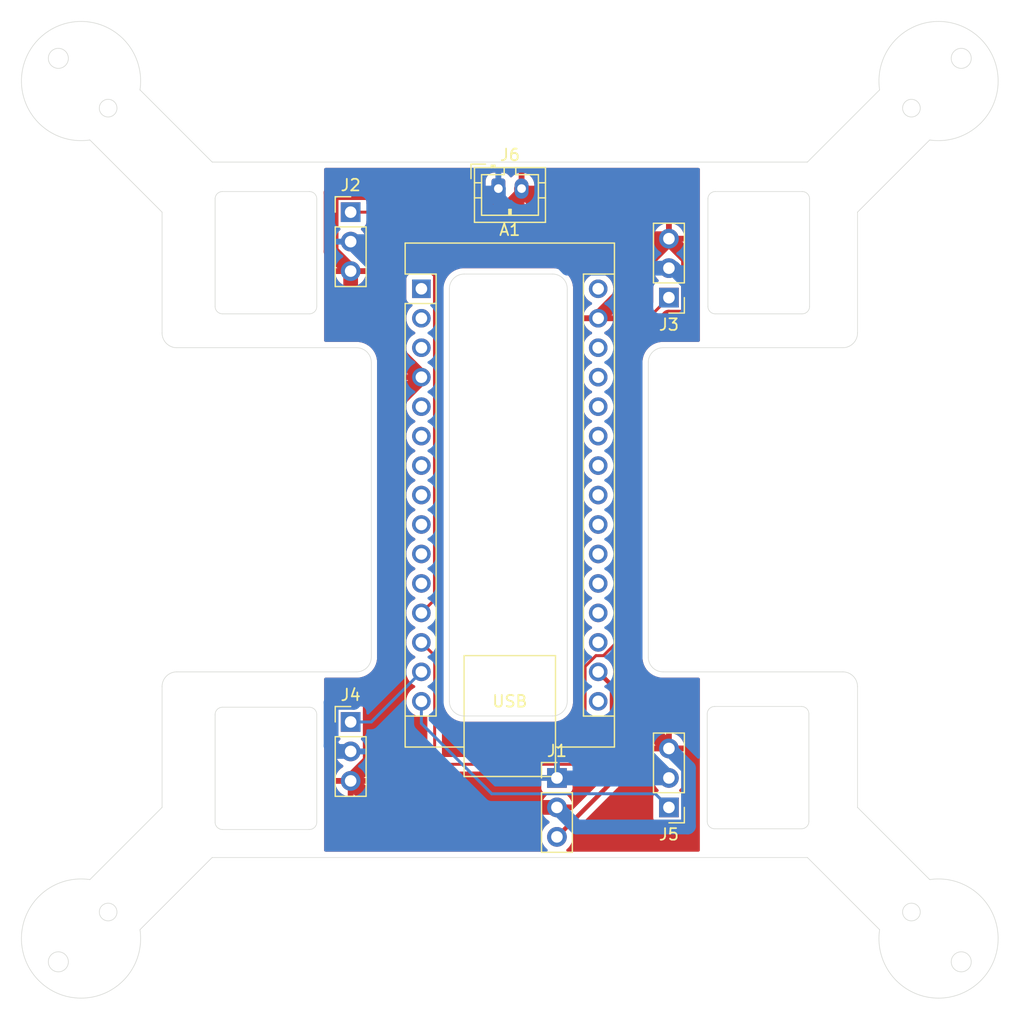
<source format=kicad_pcb>
(kicad_pcb (version 20240108) (generator "pcbnew") (generator_version "8.0")
  (layers (0 "F.Cu" signal) (31 "B.Cu" signal) (34 "B.Paste" user) (35 "F.Paste" user) (36 "B.SilkS" user "B.Silkscreen") (37 "F.SilkS" user "F.Silkscreen") (38 "B.Mask" user) (39 "F.Mask" user) (44 "Edge.Cuts" user))
  (net 0 "")
  (net 1 "GND")
  (net 2 "/3V3")
  (net 3 "+3V8")
  (net 7 "/PWM4")
  (net 10 "/PWM3")
  (net 28 "/PWM2")
  (net 30 "/PWM1")
  (footprint "Connector_JST:JST_PH_B2B-PH-K_1x02_P2.00mm_Vertical" (layer "F.Cu") (at 92.488 65.786)
    (property "Reference" "J6" (at 1 -2.9 0) (layer "F.SilkS"))
    (property "Value" "BAT")
    (fp_line (start -2.36 -2.11) (end -2.36 -0.86) (stroke (width 0.12)) (layer "F.SilkS"))
    (fp_line (start -2.06 -1.81) (end -2.06 2.91) (stroke (width 0.12)) (layer "F.SilkS"))
    (fp_line (start -2.06 -0.5) (end -1.45 -0.5) (stroke (width 0.12)) (layer "F.SilkS"))
    (fp_line (start -2.06 0.8) (end -1.45 0.8) (stroke (width 0.12)) (layer "F.SilkS"))
    (fp_line (start -2.06 2.91) (end 4.06 2.91) (stroke (width 0.12)) (layer "F.SilkS"))
    (fp_line (start -1.45 -1.2) (end -1.45 2.3) (stroke (width 0.12)) (layer "F.SilkS"))
    (fp_line (start -1.45 2.3) (end 3.45 2.3) (stroke (width 0.12)) (layer "F.SilkS"))
    (fp_line (start -1.11 -2.11) (end -2.36 -2.11) (stroke (width 0.12)) (layer "F.SilkS"))
    (fp_line (start -0.6 -2.01) (end -0.6 -1.81) (stroke (width 0.12)) (layer "F.SilkS"))
    (fp_line (start -0.3 -2.01) (end -0.6 -2.01) (stroke (width 0.12)) (layer "F.SilkS"))
    (fp_line (start -0.3 -1.91) (end -0.6 -1.91) (stroke (width 0.12)) (layer "F.SilkS"))
    (fp_line (start -0.3 -1.81) (end -0.3 -2.01) (stroke (width 0.12)) (layer "F.SilkS"))
    (fp_line (start 0.5 -1.81) (end 0.5 -1.2) (stroke (width 0.12)) (layer "F.SilkS"))
    (fp_line (start 0.5 -1.2) (end -1.45 -1.2) (stroke (width 0.12)) (layer "F.SilkS"))
    (fp_line (start 0.9 1.8) (end 1.1 1.8) (stroke (width 0.12)) (layer "F.SilkS"))
    (fp_line (start 0.9 2.3) (end 0.9 1.8) (stroke (width 0.12)) (layer "F.SilkS"))
    (fp_line (start 1 2.3) (end 1 1.8) (stroke (width 0.12)) (layer "F.SilkS"))
    (fp_line (start 1.1 1.8) (end 1.1 2.3) (stroke (width 0.12)) (layer "F.SilkS"))
    (fp_line (start 1.5 -1.2) (end 1.5 -1.81) (stroke (width 0.12)) (layer "F.SilkS"))
    (fp_line (start 3.45 -1.2) (end 1.5 -1.2) (stroke (width 0.12)) (layer "F.SilkS"))
    (fp_line (start 3.45 2.3) (end 3.45 -1.2) (stroke (width 0.12)) (layer "F.SilkS"))
    (fp_line (start 4.06 -1.81) (end -2.06 -1.81) (stroke (width 0.12)) (layer "F.SilkS"))
    (fp_line (start 4.06 -0.5) (end 3.45 -0.5) (stroke (width 0.12)) (layer "F.SilkS"))
    (fp_line (start 4.06 0.8) (end 3.45 0.8) (stroke (width 0.12)) (layer "F.SilkS"))
    (fp_line (start 4.06 2.91) (end 4.06 -1.81) (stroke (width 0.12)) (layer "F.SilkS"))
    (pad "1" thru_hole roundrect (at 0 0) (size 1.2 1.75) (drill 0.75) (layers "*.Cu" "*.Mask") (roundrect_rratio 0.208333) (net 3 "+3V8"))
    (pad "2" thru_hole oval (at 2 0) (size 1.2 1.75) (drill 0.75) (layers "*.Cu" "*.Mask") (net 1 "GND"))
  )
  (footprint "Connector_PinHeader_2.54mm:PinHeader_1x03_P2.54mm_Vertical" (layer "F.Cu") (at 79.756 111.76)
    (property "Reference" "J4" (at 0 -2.33 0) (layer "F.SilkS"))
    (property "Value" "ESC3")
    (fp_line (start -1.33 -1.33) (end 0 -1.33) (stroke (width 0.12)) (layer "F.SilkS"))
    (fp_line (start -1.33 0) (end -1.33 -1.33) (stroke (width 0.12)) (layer "F.SilkS"))
    (fp_line (start -1.33 1.27) (end -1.33 6.41) (stroke (width 0.12)) (layer "F.SilkS"))
    (fp_line (start -1.33 1.27) (end 1.33 1.27) (stroke (width 0.12)) (layer "F.SilkS"))
    (fp_line (start -1.33 6.41) (end 1.33 6.41) (stroke (width 0.12)) (layer "F.SilkS"))
    (fp_line (start 1.33 1.27) (end 1.33 6.41) (stroke (width 0.12)) (layer "F.SilkS"))
    (pad "1" thru_hole rect (at 0 0) (size 1.7 1.7) (drill 1) (layers "*.Cu" "*.Mask") (net 10 "/PWM3"))
    (pad "2" thru_hole oval (at 0 2.54) (size 1.7 1.7) (drill 1) (layers "*.Cu" "*.Mask") (net 3 "+3V8"))
    (pad "3" thru_hole oval (at 0 5.08) (size 1.7 1.7) (drill 1) (layers "*.Cu" "*.Mask") (net 1 "GND"))
  )
  (footprint "Connector_PinHeader_2.54mm:PinHeader_1x03_P2.54mm_Vertical" (layer "F.Cu") (at 97.536 116.586)
    (property "Reference" "J1" (at 0 -2.33 0) (layer "F.SilkS"))
    (property "Value" "DCV")
    (fp_line (start -1.33 -1.33) (end 0 -1.33) (stroke (width 0.12)) (layer "F.SilkS"))
    (fp_line (start -1.33 0) (end -1.33 -1.33) (stroke (width 0.12)) (layer "F.SilkS"))
    (fp_line (start -1.33 1.27) (end -1.33 6.41) (stroke (width 0.12)) (layer "F.SilkS"))
    (fp_line (start -1.33 1.27) (end 1.33 1.27) (stroke (width 0.12)) (layer "F.SilkS"))
    (fp_line (start -1.33 6.41) (end 1.33 6.41) (stroke (width 0.12)) (layer "F.SilkS"))
    (fp_line (start 1.33 1.27) (end 1.33 6.41) (stroke (width 0.12)) (layer "F.SilkS"))
    (pad "1" thru_hole rect (at 0 0) (size 1.7 1.7) (drill 1) (layers "*.Cu" "*.Mask") (net 3 "+3V8"))
    (pad "2" thru_hole oval (at 0 2.54) (size 1.7 1.7) (drill 1) (layers "*.Cu" "*.Mask") (net 1 "GND"))
    (pad "3" thru_hole oval (at 0 5.08) (size 1.7 1.7) (drill 1) (layers "*.Cu" "*.Mask") (net 2 "/3V3"))
  )
  (footprint "Connector_PinHeader_2.54mm:PinHeader_1x03_P2.54mm_Vertical" (layer "F.Cu") (at 107.188 119.126 180)
    (property "Reference" "J5" (at 0 -2.33 0) (layer "F.SilkS"))
    (property "Value" "ESC4")
    (fp_line (start 1.33 1.27) (end 1.33 6.41) (stroke (width 0.12)) (layer "F.SilkS"))
    (fp_line (start -1.33 6.41) (end 1.33 6.41) (stroke (width 0.12)) (layer "F.SilkS"))
    (fp_line (start -1.33 1.27) (end 1.33 1.27) (stroke (width 0.12)) (layer "F.SilkS"))
    (fp_line (start -1.33 1.27) (end -1.33 6.41) (stroke (width 0.12)) (layer "F.SilkS"))
    (fp_line (start -1.33 0) (end -1.33 -1.33) (stroke (width 0.12)) (layer "F.SilkS"))
    (fp_line (start -1.33 -1.33) (end 0 -1.33) (stroke (width 0.12)) (layer "F.SilkS"))
    (pad "1" thru_hole rect (at 0 0 180) (size 1.7 1.7) (drill 1) (layers "*.Cu" "*.Mask") (net 7 "/PWM4"))
    (pad "2" thru_hole oval (at 0 2.54 180) (size 1.7 1.7) (drill 1) (layers "*.Cu" "*.Mask") (net 3 "+3V8"))
    (pad "3" thru_hole oval (at 0 5.08 180) (size 1.7 1.7) (drill 1) (layers "*.Cu" "*.Mask") (net 1 "GND"))
  )
  (footprint "Connector_PinHeader_2.54mm:PinHeader_1x03_P2.54mm_Vertical" (layer "F.Cu") (at 79.756 67.818)
    (property "Reference" "J2" (at 0 -2.33 0) (layer "F.SilkS"))
    (property "Value" "ESC1")
    (fp_line (start -1.33 -1.33) (end 0 -1.33) (stroke (width 0.12)) (layer "F.SilkS"))
    (fp_line (start -1.33 0) (end -1.33 -1.33) (stroke (width 0.12)) (layer "F.SilkS"))
    (fp_line (start -1.33 1.27) (end -1.33 6.41) (stroke (width 0.12)) (layer "F.SilkS"))
    (fp_line (start -1.33 1.27) (end 1.33 1.27) (stroke (width 0.12)) (layer "F.SilkS"))
    (fp_line (start -1.33 6.41) (end 1.33 6.41) (stroke (width 0.12)) (layer "F.SilkS"))
    (fp_line (start 1.33 1.27) (end 1.33 6.41) (stroke (width 0.12)) (layer "F.SilkS"))
    (pad "1" thru_hole rect (at 0 0) (size 1.7 1.7) (drill 1) (layers "*.Cu" "*.Mask") (net 30 "/PWM1"))
    (pad "2" thru_hole oval (at 0 2.54) (size 1.7 1.7) (drill 1) (layers "*.Cu" "*.Mask") (net 3 "+3V8"))
    (pad "3" thru_hole oval (at 0 5.08) (size 1.7 1.7) (drill 1) (layers "*.Cu" "*.Mask") (net 1 "GND"))
  )
  (footprint "Module:Arduino_Nano" (layer "F.Cu") (at 85.852 74.422)
    (property "Reference" "A1" (at 7.62 -5.08 0) (layer "F.SilkS"))
    (property "Value" "Arduino Nano BLE v2")
    (fp_line (start -1.4 -3.94) (end -1.4 -1.27) (stroke (width 0.12)) (layer "F.SilkS"))
    (fp_line (start -1.4 1.27) (end -1.4 39.5) (stroke (width 0.12)) (layer "F.SilkS"))
    (fp_line (start -1.4 39.5) (end 3.68 39.5) (stroke (width 0.12)) (layer "F.SilkS"))
    (fp_line (start 1.27 -1.27) (end -1.4 -1.27) (stroke (width 0.12)) (layer "F.SilkS"))
    (fp_line (start 1.27 1.27) (end -1.4 1.27) (stroke (width 0.12)) (layer "F.SilkS"))
    (fp_line (start 1.27 1.27) (end 1.27 -1.27) (stroke (width 0.12)) (layer "F.SilkS"))
    (fp_line (start 1.27 1.27) (end 1.27 36.83) (stroke (width 0.12)) (layer "F.SilkS"))
    (fp_line (start 1.27 36.83) (end -1.4 36.83) (stroke (width 0.12)) (layer "F.SilkS"))
    (fp_line (start 3.68 31.62) (end 11.56 31.62) (stroke (width 0.12)) (layer "F.SilkS"))
    (fp_line (start 3.68 42.04) (end 3.68 31.62) (stroke (width 0.12)) (layer "F.SilkS"))
    (fp_line (start 11.56 31.62) (end 11.56 42.04) (stroke (width 0.12)) (layer "F.SilkS"))
    (fp_line (start 11.56 42.04) (end 3.68 42.04) (stroke (width 0.12)) (layer "F.SilkS"))
    (fp_line (start 13.97 -1.27) (end 13.97 36.83) (stroke (width 0.12)) (layer "F.SilkS"))
    (fp_line (start 13.97 -1.27) (end 16.64 -1.27) (stroke (width 0.12)) (layer "F.SilkS"))
    (fp_line (start 13.97 36.83) (end 16.64 36.83) (stroke (width 0.12)) (layer "F.SilkS"))
    (fp_line (start 16.64 -3.94) (end -1.4 -3.94) (stroke (width 0.12)) (layer "F.SilkS"))
    (fp_line (start 16.64 39.5) (end 11.56 39.5) (stroke (width 0.12)) (layer "F.SilkS"))
    (fp_line (start 16.64 39.5) (end 16.64 -3.94) (stroke (width 0.12)) (layer "F.SilkS"))
    (fp_text user "USB" (at 7.62 35.56 0) (layer "F.SilkS"))
    (pad "1" thru_hole rect (at 0 0) (size 1.6 1.6) (drill 1) (layers "*.Cu" "*.Mask"))
    (pad "2" thru_hole oval (at 0 2.54) (size 1.6 1.6) (drill 1) (layers "*.Cu" "*.Mask"))
    (pad "3" thru_hole oval (at 0 5.08) (size 1.6 1.6) (drill 1) (layers "*.Cu" "*.Mask"))
    (pad "4" thru_hole oval (at 0 7.62) (size 1.6 1.6) (drill 1) (layers "*.Cu" "*.Mask") (net 1 "GND"))
    (pad "5" thru_hole oval (at 0 10.16) (size 1.6 1.6) (drill 1) (layers "*.Cu" "*.Mask"))
    (pad "6" thru_hole oval (at 0 12.7) (size 1.6 1.6) (drill 1) (layers "*.Cu" "*.Mask"))
    (pad "7" thru_hole oval (at 0 15.24) (size 1.6 1.6) (drill 1) (layers "*.Cu" "*.Mask"))
    (pad "8" thru_hole oval (at 0 17.78) (size 1.6 1.6) (drill 1) (layers "*.Cu" "*.Mask"))
    (pad "9" thru_hole oval (at 0 20.32) (size 1.6 1.6) (drill 1) (layers "*.Cu" "*.Mask"))
    (pad "10" thru_hole oval (at 0 22.86) (size 1.6 1.6) (drill 1) (layers "*.Cu" "*.Mask"))
    (pad "11" thru_hole oval (at 0 25.4) (size 1.6 1.6) (drill 1) (layers "*.Cu" "*.Mask"))
    (pad "12" thru_hole oval (at 0 27.94) (size 1.6 1.6) (drill 1) (layers "*.Cu" "*.Mask") (net 30 "/PWM1"))
    (pad "13" thru_hole oval (at 0 30.48) (size 1.6 1.6) (drill 1) (layers "*.Cu" "*.Mask") (net 28 "/PWM2"))
    (pad "14" thru_hole oval (at 0 33.02) (size 1.6 1.6) (drill 1) (layers "*.Cu" "*.Mask") (net 10 "/PWM3"))
    (pad "15" thru_hole oval (at 0 35.56) (size 1.6 1.6) (drill 1) (layers "*.Cu" "*.Mask") (net 7 "/PWM4"))
    (pad "16" thru_hole oval (at 15.24 35.56) (size 1.6 1.6) (drill 1) (layers "*.Cu" "*.Mask"))
    (pad "17" thru_hole oval (at 15.24 33.02) (size 1.6 1.6) (drill 1) (layers "*.Cu" "*.Mask") (net 2 "/3V3"))
    (pad "18" thru_hole oval (at 15.24 30.48) (size 1.6 1.6) (drill 1) (layers "*.Cu" "*.Mask"))
    (pad "19" thru_hole oval (at 15.24 27.94) (size 1.6 1.6) (drill 1) (layers "*.Cu" "*.Mask"))
    (pad "20" thru_hole oval (at 15.24 25.4) (size 1.6 1.6) (drill 1) (layers "*.Cu" "*.Mask"))
    (pad "21" thru_hole oval (at 15.24 22.86) (size 1.6 1.6) (drill 1) (layers "*.Cu" "*.Mask"))
    (pad "22" thru_hole oval (at 15.24 20.32) (size 1.6 1.6) (drill 1) (layers "*.Cu" "*.Mask"))
    (pad "23" thru_hole oval (at 15.24 17.78) (size 1.6 1.6) (drill 1) (layers "*.Cu" "*.Mask"))
    (pad "24" thru_hole oval (at 15.24 15.24) (size 1.6 1.6) (drill 1) (layers "*.Cu" "*.Mask"))
    (pad "25" thru_hole oval (at 15.24 12.7) (size 1.6 1.6) (drill 1) (layers "*.Cu" "*.Mask"))
    (pad "26" thru_hole oval (at 15.24 10.16) (size 1.6 1.6) (drill 1) (layers "*.Cu" "*.Mask"))
    (pad "27" thru_hole oval (at 15.24 7.62) (size 1.6 1.6) (drill 1) (layers "*.Cu" "*.Mask"))
    (pad "28" thru_hole oval (at 15.24 5.08) (size 1.6 1.6) (drill 1) (layers "*.Cu" "*.Mask"))
    (pad "29" thru_hole oval (at 15.24 2.54) (size 1.6 1.6) (drill 1) (layers "*.Cu" "*.Mask") (net 1 "GND"))
    (pad "30" thru_hole oval (at 15.24 0) (size 1.6 1.6) (drill 1) (layers "*.Cu" "*.Mask"))
  )
  (footprint "Connector_PinHeader_2.54mm:PinHeader_1x03_P2.54mm_Vertical" (layer "F.Cu") (at 107.188 75.184 180)
    (property "Reference" "J3" (at 0 -2.33 0) (layer "F.SilkS"))
    (property "Value" "ESC2")
    (fp_line (start 1.33 1.27) (end 1.33 6.41) (stroke (width 0.12)) (layer "F.SilkS"))
    (fp_line (start -1.33 6.41) (end 1.33 6.41) (stroke (width 0.12)) (layer "F.SilkS"))
    (fp_line (start -1.33 1.27) (end 1.33 1.27) (stroke (width 0.12)) (layer "F.SilkS"))
    (fp_line (start -1.33 1.27) (end -1.33 6.41) (stroke (width 0.12)) (layer "F.SilkS"))
    (fp_line (start -1.33 0) (end -1.33 -1.33) (stroke (width 0.12)) (layer "F.SilkS"))
    (fp_line (start -1.33 -1.33) (end 0 -1.33) (stroke (width 0.12)) (layer "F.SilkS"))
    (pad "1" thru_hole rect (at 0 0 180) (size 1.7 1.7) (drill 1) (layers "*.Cu" "*.Mask") (net 28 "/PWM2"))
    (pad "2" thru_hole oval (at 0 2.54 180) (size 1.7 1.7) (drill 1) (layers "*.Cu" "*.Mask") (net 3 "+3V8"))
    (pad "3" thru_hole oval (at 0 5.08 180) (size 1.7 1.7) (drill 1) (layers "*.Cu" "*.Mask") (net 1 "GND"))
  )
  (gr_arc (start 63.5 108.712) (mid 63.871974 107.813974) (end 64.77 107.442) (stroke (width 0.05)) (layer "Edge.Cuts"))
  (gr_line (start 123.444 108.712) (end 123.444 119.126) (stroke (width 0.05)) (layer "Edge.Cuts"))
  (gr_arc (start 123.444 78.232) (mid 123.072026 79.130026) (end 122.174 79.502) (stroke (width 0.05)) (layer "Edge.Cuts"))
  (gr_line (start 97.155 111.242974) (end 89.535 111.242974) (stroke (width 0.05)) (layer "Edge.Cuts"))
  (gr_line (start 106.68 107.442) (end 122.174 107.442) (stroke (width 0.05)) (layer "Edge.Cuts"))
  (gr_circle (center 128.0922 58.8518) (end 128.8542 58.8518) (stroke (width 0.05)) (fill none) (layer "Edge.Cuts"))
  (gr_line (start 119.126 63.5) (end 67.818 63.5) (stroke (width 0.05)) (layer "Edge.Cuts"))
  (gr_arc (start 64.77 79.502) (mid 63.871974 79.130026) (end 63.5 78.232) (stroke (width 0.05)) (layer "Edge.Cuts"))
  (gr_arc (start 61.595 129.667) (mid 52.882711 134.061289) (end 57.277 125.349) (stroke (width 0.05)) (layer "Edge.Cuts"))
  (gr_line (start 122.174 79.502) (end 106.68 79.502) (stroke (width 0.05)) (layer "Edge.Cuts"))
  (gr_arc (start 76.835 75.946) (mid 76.649013 76.395013) (end 76.2 76.581) (stroke (width 0.05)) (layer "Edge.Cuts"))
  (gr_arc (start 118.676987 66.04) (mid 119.126 66.225987) (end 119.311987 66.675) (stroke (width 0.05)) (layer "Edge.Cuts"))
  (gr_line (start 81.534 80.772) (end 81.534 106.172) (stroke (width 0.05)) (layer "Edge.Cuts"))
  (gr_arc (start 68.707 76.581) (mid 68.257987 76.395013) (end 68.072 75.946) (stroke (width 0.05)) (layer "Edge.Cuts"))
  (gr_arc (start 68.072 66.675) (mid 68.257987 66.225987) (end 68.707 66.04) (stroke (width 0.05)) (layer "Edge.Cuts"))
  (gr_line (start 68.072 66.675) (end 68.072 75.946) (stroke (width 0.05)) (layer "Edge.Cuts"))
  (gr_line (start 119.126 63.5) (end 125.349 57.277) (stroke (width 0.05)) (layer "Edge.Cuts"))
  (gr_arc (start 68.707 121.031) (mid 68.257987 120.845013) (end 68.072 120.396) (stroke (width 0.05)) (layer "Edge.Cuts"))
  (gr_line (start 63.5 67.818) (end 57.277 61.595) (stroke (width 0.05)) (layer "Edge.Cuts"))
  (gr_arc (start 98.425 109.972974) (mid 98.053026 110.871) (end 97.155 111.242974) (stroke (width 0.05)) (layer "Edge.Cuts"))
  (gr_line (start 67.818 63.5) (end 61.595 57.277) (stroke (width 0.05)) (layer "Edge.Cuts"))
  (gr_arc (start 125.349 57.277) (mid 134.061289 52.882711) (end 129.667 61.595) (stroke (width 0.05)) (layer "Edge.Cuts"))
  (gr_line (start 111.125 120.9675) (end 118.618 120.9675) (stroke (width 0.05)) (layer "Edge.Cuts"))
  (gr_line (start 119.311987 75.946) (end 119.311987 66.675) (stroke (width 0.05)) (layer "Edge.Cuts"))
  (gr_arc (start 57.277 61.595) (mid 52.882711 52.882711) (end 61.595 57.277) (stroke (width 0.05)) (layer "Edge.Cuts"))
  (gr_arc (start 80.264 79.502) (mid 81.162026 79.873974) (end 81.534 80.772) (stroke (width 0.05)) (layer "Edge.Cuts"))
  (gr_arc (start 119.253 120.3325) (mid 119.067013 120.781513) (end 118.618 120.9675) (stroke (width 0.05)) (layer "Edge.Cuts"))
  (gr_line (start 97.155 73.152) (end 89.535 73.152) (stroke (width 0.05)) (layer "Edge.Cuts"))
  (gr_arc (start 110.49 111.0615) (mid 110.675987 110.612487) (end 111.125 110.4265) (stroke (width 0.05)) (layer "Edge.Cuts"))
  (gr_circle (center 132.3848 132.4356) (end 133.2484 132.4356) (stroke (width 0.05)) (fill none) (layer "Edge.Cuts"))
  (gr_line (start 76.2 110.49) (end 68.707 110.49) (stroke (width 0.05)) (layer "Edge.Cuts"))
  (gr_line (start 63.5 119.126) (end 57.277 125.349) (stroke (width 0.05)) (layer "Edge.Cuts"))
  (gr_circle (center 54.5592 132.4356) (end 55.4228 132.4356) (stroke (width 0.05)) (fill none) (layer "Edge.Cuts"))
  (gr_line (start 68.707 76.581) (end 76.2 76.581) (stroke (width 0.05)) (layer "Edge.Cuts"))
  (gr_arc (start 97.155 73.152) (mid 98.053026 73.523974) (end 98.425 74.422) (stroke (width 0.05)) (layer "Edge.Cuts"))
  (gr_arc (start 129.667 125.349) (mid 134.061289 134.061289) (end 125.349 129.667) (stroke (width 0.05)) (layer "Edge.Cuts"))
  (gr_line (start 67.818 123.444) (end 119.126 123.444) (stroke (width 0.05)) (layer "Edge.Cuts"))
  (gr_line (start 76.835 120.396) (end 76.835 111.125) (stroke (width 0.05)) (layer "Edge.Cuts"))
  (gr_circle (center 54.5592 54.5592) (end 55.4228 54.5592) (stroke (width 0.05)) (fill none) (layer "Edge.Cuts"))
  (gr_arc (start 111.183987 76.581) (mid 110.734974 76.395013) (end 110.548987 75.946) (stroke (width 0.05)) (layer "Edge.Cuts"))
  (gr_line (start 68.707 121.031) (end 76.2 121.031) (stroke (width 0.05)) (layer "Edge.Cuts"))
  (gr_circle (center 58.8518 128.143) (end 59.6138 128.143) (stroke (width 0.05)) (fill none) (layer "Edge.Cuts"))
  (gr_line (start 123.444 119.126) (end 129.667 125.349) (stroke (width 0.05)) (layer "Edge.Cuts"))
  (gr_line (start 123.444 67.818) (end 123.444 78.232) (stroke (width 0.05)) (layer "Edge.Cuts"))
  (gr_line (start 110.548987 66.675) (end 110.548987 75.946) (stroke (width 0.05)) (layer "Edge.Cuts"))
  (gr_line (start 67.818 123.444) (end 61.595 129.667) (stroke (width 0.05)) (layer "Edge.Cuts"))
  (gr_line (start 88.265 109.972974) (end 88.265 74.422) (stroke (width 0.05)) (layer "Edge.Cuts"))
  (gr_circle (center 58.8518 58.8518) (end 59.6138 58.8518) (stroke (width 0.05)) (fill none) (layer "Edge.Cuts"))
  (gr_line (start 76.2 66.04) (end 68.707 66.04) (stroke (width 0.05)) (layer "Edge.Cuts"))
  (gr_line (start 118.618 110.4265) (end 111.125 110.4265) (stroke (width 0.05)) (layer "Edge.Cuts"))
  (gr_line (start 63.5 108.712) (end 63.5 119.126) (stroke (width 0.05)) (layer "Edge.Cuts"))
  (gr_line (start 111.183987 76.581) (end 118.676987 76.581) (stroke (width 0.05)) (layer "Edge.Cuts"))
  (gr_arc (start 89.535 111.242974) (mid 88.636974 110.871) (end 88.265 109.972974) (stroke (width 0.05)) (layer "Edge.Cuts"))
  (gr_arc (start 122.174 107.442) (mid 123.072026 107.813974) (end 123.444 108.712) (stroke (width 0.05)) (layer "Edge.Cuts"))
  (gr_line (start 118.676987 66.04) (end 111.183987 66.04) (stroke (width 0.05)) (layer "Edge.Cuts"))
  (gr_arc (start 118.618 110.4265) (mid 119.067013 110.612487) (end 119.253 111.0615) (stroke (width 0.05)) (layer "Edge.Cuts"))
  (gr_line (start 98.425 74.422) (end 98.425 109.972974) (stroke (width 0.05)) (layer "Edge.Cuts"))
  (gr_line (start 119.126 123.444) (end 125.349 129.667) (stroke (width 0.05)) (layer "Edge.Cuts"))
  (gr_arc (start 106.68 107.442) (mid 105.781974 107.070026) (end 105.41 106.172) (stroke (width 0.05)) (layer "Edge.Cuts"))
  (gr_line (start 105.41 80.772) (end 105.41 106.172) (stroke (width 0.05)) (layer "Edge.Cuts"))
  (gr_arc (start 76.2 66.04) (mid 76.649013 66.225987) (end 76.835 66.675) (stroke (width 0.05)) (layer "Edge.Cuts"))
  (gr_line (start 63.5 67.818) (end 63.5 78.232) (stroke (width 0.05)) (layer "Edge.Cuts"))
  (gr_line (start 76.835 75.946) (end 76.835 66.675) (stroke (width 0.05)) (layer "Edge.Cuts"))
  (gr_line (start 80.264 107.442) (end 64.77 107.442) (stroke (width 0.05)) (layer "Edge.Cuts"))
  (gr_arc (start 81.534 106.172) (mid 81.162026 107.070026) (end 80.264 107.442) (stroke (width 0.05)) (layer "Edge.Cuts"))
  (gr_circle (center 132.3848 54.5592) (end 133.2484 54.5592) (stroke (width 0.05)) (fill none) (layer "Edge.Cuts"))
  (gr_line (start 110.49 111.0615) (end 110.49 120.3325) (stroke (width 0.05)) (layer "Edge.Cuts"))
  (gr_arc (start 76.2 110.49) (mid 76.649013 110.675987) (end 76.835 111.125) (stroke (width 0.05)) (layer "Edge.Cuts"))
  (gr_arc (start 68.072 111.125) (mid 68.257987 110.675987) (end 68.707 110.49) (stroke (width 0.05)) (layer "Edge.Cuts"))
  (gr_circle (center 128.0922 128.143) (end 128.8542 128.143) (stroke (width 0.05)) (fill none) (layer "Edge.Cuts"))
  (gr_arc (start 76.835 120.396) (mid 76.649013 120.845013) (end 76.2 121.031) (stroke (width 0.05)) (layer "Edge.Cuts"))
  (gr_arc (start 119.311987 75.946) (mid 119.126 76.395013) (end 118.676987 76.581) (stroke (width 0.05)) (layer "Edge.Cuts"))
  (gr_arc (start 110.548987 66.675) (mid 110.734974 66.225987) (end 111.183987 66.04) (stroke (width 0.05)) (layer "Edge.Cuts"))
  (gr_line (start 123.444 67.818) (end 129.667 61.595) (stroke (width 0.05)) (layer "Edge.Cuts"))
  (gr_line (start 64.77 79.502) (end 80.264 79.502) (stroke (width 0.05)) (layer "Edge.Cuts"))
  (gr_arc (start 105.41 80.772) (mid 105.781974 79.873974) (end 106.68 79.502) (stroke (width 0.05)) (layer "Edge.Cuts"))
  (gr_arc (start 88.265 74.422) (mid 88.636974 73.523974) (end 89.535 73.152) (stroke (width 0.05)) (layer "Edge.Cuts"))
  (gr_arc (start 111.125 120.9675) (mid 110.675987 120.781513) (end 110.49 120.3325) (stroke (width 0.05)) (layer "Edge.Cuts"))
  (gr_line (start 68.072 111.125) (end 68.072 120.396) (stroke (width 0.05)) (layer "Edge.Cuts"))
  (gr_line (start 119.253 120.3325) (end 119.253 111.0615) (stroke (width 0.05)) (layer "Edge.Cuts"))
  (segment (start 105.503 72.551) (end 105.503 71.789) (width 1.27) (layer "F.Cu") (net 1))
  (segment (start 82.669 85.225) (end 85.852 82.042) (width 1.27) (layer "F.Cu") (net 1))
  (segment (start 108.873 71.789) (end 107.188 70.104) (width 1.27) (layer "F.Cu") (net 1))
  (segment (start 108.551 76.869) (end 108.873 76.547) (width 1.27) (layer "F.Cu") (net 1))
  (segment (start 104.275 111.133) (end 104.275 79.759154) (width 1.27) (layer "F.Cu") (net 1))
  (segment (start 104.275 79.759154) (end 107.165154 76.869) (width 1.27) (layer "F.Cu") (net 1))
  (segment (start 105.503 71.789) (end 107.188 70.104) (width 1.27) (layer "F.Cu") (net 1))
  (segment (start 94.488 66.30235) (end 93.29435 67.496) (width 1.27) (layer "F.Cu") (net 1))
  (segment (start 108.873 76.547) (end 108.873 71.789) (width 1.27) (layer "F.Cu") (net 1))
  (segment (start 82.804 67.496) (end 81.441 66.133) (width 1.27) (layer "F.Cu") (net 1))
  (segment (start 78.071 71.213) (end 79.756 72.898) (width 1.27) (layer "F.Cu") (net 1))
  (segment (start 81.441 66.133) (end 78.071 66.133) (width 1.27) (layer "F.Cu") (net 1))
  (segment (start 79.756 116.84) (end 81.441 115.155) (width 1.27) (layer "F.Cu") (net 1))
  (segment (start 81.441 115.155) (end 81.441 108.412846) (width 1.27) (layer "F.Cu") (net 1))
  (segment (start 79.756 75.946) (end 85.852 82.042) (width 1.27) (layer "F.Cu") (net 1))
  (segment (start 93.29435 67.496) (end 82.804 67.496) (width 1.27) (layer "F.Cu") (net 1))
  (segment (start 98.806 70.104) (end 94.488 65.786) (width 1.27) (layer "F.Cu") (net 1))
  (segment (start 107.188 114.046) (end 104.275 111.133) (width 1.27) (layer "F.Cu") (net 1))
  (segment (start 94.488 65.786) (end 94.488 66.30235) (width 1.27) (layer "F.Cu") (net 1))
  (segment (start 82.042 119.126) (end 79.756 116.84) (width 1.27) (layer "F.Cu") (net 1))
  (segment (start 82.669 107.184846) (end 82.669 85.225) (width 1.27) (layer "F.Cu") (net 1))
  (segment (start 101.092 76.962) (end 105.503 72.551) (width 1.27) (layer "F.Cu") (net 1))
  (segment (start 79.756 72.898) (end 79.756 75.946) (width 1.27) (layer "F.Cu") (net 1))
  (segment (start 97.536 119.126) (end 82.042 119.126) (width 1.27) (layer "F.Cu") (net 1))
  (segment (start 107.165154 76.869) (end 108.551 76.869) (width 1.27) (layer "F.Cu") (net 1))
  (segment (start 81.441 108.412846) (end 82.669 107.184846) (width 1.27) (layer "F.Cu") (net 1))
  (segment (start 78.071 66.133) (end 78.071 71.213) (width 1.27) (layer "F.Cu") (net 1))
  (segment (start 107.188 70.104) (end 98.806 70.104) (width 1.27) (layer "F.Cu") (net 1))
  (segment (start 108.813 120.811) (end 99.221 120.811) (width 1.27) (layer "B.Cu") (net 1))
  (segment (start 99.221 120.811) (end 97.536 119.126) (width 1.27) (layer "B.Cu") (net 1))
  (segment (start 108.873 115.731) (end 108.873 120.751) (width 1.27) (layer "B.Cu") (net 1))
  (segment (start 107.188 114.046) (end 108.873 115.731) (width 1.27) (layer "B.Cu") (net 1))
  (segment (start 108.873 120.751) (end 108.813 120.811) (width 1.27) (layer "B.Cu") (net 1))
  (segment (start 101.092 107.442) (end 102.2825 108.6325) (width 0.381) (layer "F.Cu") (net 2))
  (segment (start 102.2825 108.6325) (end 102.2825 116.9195) (width 0.381) (layer "F.Cu") (net 2))
  (segment (start 102.2825 116.9195) (end 97.536 121.666) (width 0.381) (layer "F.Cu") (net 2))
  (segment (start 79.756 114.3) (end 78.553919 114.3) (width 1.27) (layer "B.Cu") (net 3))
  (segment (start 80.01 110.075) (end 82.669 107.416) (width 1.27) (layer "B.Cu") (net 3))
  (segment (start 105.929154 78.105) (end 107.315 78.105) (width 1.27) (layer "B.Cu") (net 3))
  (segment (start 107.569 72.644) (end 107.188 72.644) (width 1.27) (layer "B.Cu") (net 3))
  (segment (start 87.916 70.358) (end 79.756 70.358) (width 1.27) (layer "B.Cu") (net 3))
  (segment (start 108.873 73.948) (end 107.569 72.644) (width 1.27) (layer "B.Cu") (net 3))
  (segment (start 107.315 78.105) (end 108.873 76.547) (width 1.27) (layer "B.Cu") (net 3))
  (segment (start 92.488 66.661) (end 98.471 72.644) (width 1.27) (layer "B.Cu") (net 3))
  (segment (start 92.488 65.786) (end 87.916 70.358) (width 1.27) (layer "B.Cu") (net 3))
  (segment (start 78.071 113.817081) (end 78.071 110.075) (width 1.27) (layer "B.Cu") (net 3))
  (segment (start 82.669 107.416) (end 82.669 73.271) (width 1.27) (layer "B.Cu") (net 3))
  (segment (start 104.275 113.673) (end 104.275 79.759154) (width 1.27) (layer "B.Cu") (net 3))
  (segment (start 78.071 110.075) (end 80.01 110.075) (width 1.27) (layer "B.Cu") (net 3))
  (segment (start 82.669 73.271) (end 79.756 70.358) (width 1.27) (layer "B.Cu") (net 3))
  (segment (start 108.873 76.547) (end 108.873 73.948) (width 1.27) (layer "B.Cu") (net 3))
  (segment (start 92.488 65.786) (end 92.488 66.661) (width 1.27) (layer "B.Cu") (net 3))
  (segment (start 107.188 116.586) (end 104.275 113.673) (width 1.27) (layer "B.Cu") (net 3))
  (segment (start 104.275 79.759154) (end 105.929154 78.105) (width 1.27) (layer "B.Cu") (net 3))
  (segment (start 78.553919 114.3) (end 78.071 113.817081) (width 1.27) (layer "B.Cu") (net 3))
  (segment (start 98.471 72.644) (end 107.188 72.644) (width 1.27) (layer "B.Cu") (net 3))
  (segment (start 97.536 116.586) (end 107.188 116.586) (width 1.27) (layer "B.Cu") (net 3))
  (segment (start 91.914 117.949) (end 85.852 111.887) (width 0.254) (layer "B.Cu") (net 7))
  (segment (start 106.011 117.949) (end 91.914 117.949) (width 0.254) (layer "B.Cu") (net 7))
  (segment (start 107.188 119.126) (end 106.011 117.949) (width 0.254) (layer "B.Cu") (net 7))
  (segment (start 85.852 111.887) (end 85.852 109.982) (width 0.254) (layer "B.Cu") (net 7))
  (segment (start 79.756 111.76) (end 81.534 111.76) (width 0.254) (layer "B.Cu") (net 10))
  (segment (start 81.534 111.76) (end 85.852 107.442) (width 0.254) (layer "B.Cu") (net 10))
  (segment (start 86.995 106.045) (end 86.995 114.935) (width 0.254) (layer "F.Cu") (net 28))
  (segment (start 101.542819 106.045) (end 102.87 104.717819) (width 0.254) (layer "F.Cu") (net 28))
  (segment (start 85.852 104.902) (end 86.995 106.045) (width 0.254) (layer "F.Cu") (net 28))
  (segment (start 99.965 106.975181) (end 99.977591 106.962591) (width 0.254) (layer "F.Cu") (net 28))
  (segment (start 102.87 79.502) (end 107.188 75.184) (width 0.254) (layer "F.Cu") (net 28))
  (segment (start 100.895181 106.045) (end 101.542819 106.045) (width 0.254) (layer "F.Cu") (net 28))
  (segment (start 87.469 115.409) (end 99.221 115.409) (width 0.254) (layer "F.Cu") (net 28))
  (segment (start 99.221 115.409) (end 99.965 114.665) (width 0.254) (layer "F.Cu") (net 28))
  (segment (start 99.977591 106.962591) (end 100.895181 106.045) (width 0.254) (layer "F.Cu") (net 28))
  (segment (start 102.87 104.717819) (end 102.87 79.502) (width 0.254) (layer "F.Cu") (net 28))
  (segment (start 99.965 114.665) (end 99.965 106.975181) (width 0.254) (layer "F.Cu") (net 28))
  (segment (start 86.995 114.935) (end 87.469 115.409) (width 0.254) (layer "F.Cu") (net 28))
  (segment (start 85.852 102.362) (end 86.979 101.235) (width 0.254) (layer "F.Cu") (net 30))
  (segment (start 81.502 67.818) (end 79.756 67.818) (width 0.254) (layer "F.Cu") (net 30))
  (segment (start 86.979 101.235) (end 86.979 73.295) (width 0.254) (layer "F.Cu") (net 30))
  (segment (start 86.979 73.295) (end 81.502 67.818) (width 0.254) (layer "F.Cu") (net 30))
  (zone (net 0) (net_name "") (layer "F.Cu") (connect_pads (clearance 0)) (min_thickness 0.25)
    (keepout (tracks not_allowed) (vias not_allowed) (pads not_allowed) (copperpour not_allowed) (footprints allowed))
    (fill (thermal_gap 0.5) (thermal_bridge_width 0.5))
    (polygon (pts (xy 135.89 50.8) (xy 135.89 80.01) (xy 109.855 80.01) (xy 109.855 50.8)))
  )
  (zone (net 0) (net_name "") (layer "F.Cu") (connect_pads (clearance 0)) (min_thickness 0.25)
    (keepout (tracks not_allowed) (vias not_allowed) (pads not_allowed) (copperpour not_allowed) (footprints allowed))
    (fill (thermal_gap 0.5) (thermal_bridge_width 0.5))
    (polygon (pts (xy 77.47 50.8) (xy 77.47 80.01) (xy 50.8 80.01) (xy 50.8 50.8)))
  )
  (zone (net 1) (net_name "GND") (layer "F.Cu") (connect_pads (clearance 0.5)) (min_thickness 0.25) (fill yes (thermal_gap 0.5) (thermal_bridge_width 0.5))
    (polygon (pts (xy 49.53 49.53) (xy 137.795 49.53) (xy 137.795 137.795) (xy 49.53 137.795)))
  )
  (zone (net 0) (net_name "") (layer "F.Cu") (connect_pads (clearance 0)) (min_thickness 0.25)
    (keepout (tracks not_allowed) (vias not_allowed) (pads not_allowed) (copperpour not_allowed) (footprints allowed))
    (fill (thermal_gap 0.5) (thermal_bridge_width 0.5))
    (polygon (pts (xy 136.525 106.68) (xy 136.525 135.89) (xy 109.855 135.89) (xy 109.855 106.68)))
  )
  (zone (net 0) (net_name "") (layer "F.Cu") (connect_pads (clearance 0)) (min_thickness 0.25)
    (keepout (tracks not_allowed) (vias not_allowed) (pads not_allowed) (copperpour not_allowed) (footprints allowed))
    (fill (thermal_gap 0.5) (thermal_bridge_width 0.5))
    (polygon (pts (xy 77.47 106.68) (xy 77.47 135.89) (xy 50.8 135.89) (xy 50.8 106.68)))
  )
  (zone (net 3) (net_name "+3V8") (layer "B.Cu") (priority 1) (connect_pads (clearance 0.5)) (min_thickness 0.25) (fill yes (thermal_gap 0.5) (thermal_bridge_width 0.5))
    (polygon (pts (xy 49.53 49.53) (xy 49.53 137.795) (xy 137.795 137.795) (xy 137.795 49.53)))
  )
  (zone (net 0) (net_name "") (layer "B.Cu") (connect_pads (clearance 0)) (min_thickness 0.25)
    (keepout (tracks not_allowed) (vias not_allowed) (pads not_allowed) (copperpour not_allowed) (footprints allowed))
    (fill (thermal_gap 0.5) (thermal_bridge_width 0.5))
    (polygon (pts (xy 50.8 80.01) (xy 50.8 50.8) (xy 77.47 50.8) (xy 77.47 80.01)))
  )
  (zone (net 0) (net_name "") (layer "B.Cu") (connect_pads (clearance 0)) (min_thickness 0.25)
    (keepout (tracks not_allowed) (vias not_allowed) (pads not_allowed) (copperpour not_allowed) (footprints allowed))
    (fill (thermal_gap 0.5) (thermal_bridge_width 0.5))
    (polygon (pts (xy 109.855 80.01) (xy 109.855 50.8) (xy 135.89 50.8) (xy 135.89 80.01)))
  )
  (zone (net 0) (net_name "") (layer "B.Cu") (connect_pads (clearance 0)) (min_thickness 0.25)
    (keepout (tracks not_allowed) (vias not_allowed) (pads not_allowed) (copperpour not_allowed) (footprints allowed))
    (fill (thermal_gap 0.5) (thermal_bridge_width 0.5))
    (polygon (pts (xy 109.855 135.89) (xy 109.855 106.68) (xy 136.525 106.68) (xy 136.525 135.89)))
  )
  (zone (net 0) (net_name "") (layer "B.Cu") (connect_pads (clearance 0)) (min_thickness 0.25)
    (keepout (tracks not_allowed) (vias not_allowed) (pads not_allowed) (copperpour not_allowed) (footprints allowed))
    (fill (thermal_gap 0.5) (thermal_bridge_width 0.5))
    (polygon (pts (xy 50.8 135.89) (xy 50.8 106.68) (xy 77.47 106.68) (xy 77.47 135.89)))
  )
)
</source>
